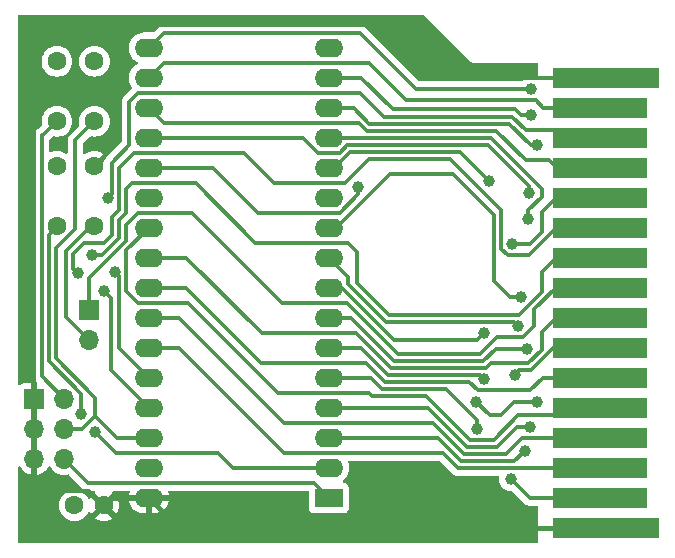
<source format=gbr>
%TF.GenerationSoftware,KiCad,Pcbnew,8.0.8-8.0.8-0~ubuntu24.04.1*%
%TF.CreationDate,2025-02-07T10:36:06-08:00*%
%TF.ProjectId,flash_board,666c6173-685f-4626-9f61-72642e6b6963,rev?*%
%TF.SameCoordinates,Original*%
%TF.FileFunction,Copper,L1,Top*%
%TF.FilePolarity,Positive*%
%FSLAX46Y46*%
G04 Gerber Fmt 4.6, Leading zero omitted, Abs format (unit mm)*
G04 Created by KiCad (PCBNEW 8.0.8-8.0.8-0~ubuntu24.04.1) date 2025-02-07 10:36:06*
%MOMM*%
%LPD*%
G01*
G04 APERTURE LIST*
%TA.AperFunction,ConnectorPad*%
%ADD10R,9.000000X1.700000*%
%TD*%
%TA.AperFunction,ConnectorPad*%
%ADD11R,8.000000X1.700000*%
%TD*%
%TA.AperFunction,ComponentPad*%
%ADD12R,1.700000X1.700000*%
%TD*%
%TA.AperFunction,ComponentPad*%
%ADD13O,1.700000X1.700000*%
%TD*%
%TA.AperFunction,ComponentPad*%
%ADD14C,1.600000*%
%TD*%
%TA.AperFunction,ComponentPad*%
%ADD15R,2.400000X1.600000*%
%TD*%
%TA.AperFunction,ComponentPad*%
%ADD16O,2.400000X1.600000*%
%TD*%
%TA.AperFunction,ViaPad*%
%ADD17C,1.000000*%
%TD*%
%TA.AperFunction,Conductor*%
%ADD18C,0.300000*%
%TD*%
%TA.AperFunction,Conductor*%
%ADD19C,0.400000*%
%TD*%
G04 APERTURE END LIST*
D10*
%TO.P,J1,b1,Pin_b1*%
%TO.N,+5V*%
X170815000Y-74930000D03*
D11*
%TO.P,J1,b2,Pin_b2*%
%TO.N,/D4*%
X170315000Y-77470000D03*
%TO.P,J1,b3,Pin_b3*%
%TO.N,/~{CART}*%
X170315000Y-80010000D03*
%TO.P,J1,b4,Pin_b4*%
%TO.N,/D5*%
X170315000Y-82550000D03*
%TO.P,J1,b5,Pin_b5*%
%TO.N,/A15*%
X170315000Y-85090000D03*
%TO.P,J1,b6,Pin_b6*%
%TO.N,/A14*%
X170315000Y-87630000D03*
%TO.P,J1,b7,Pin_b7*%
%TO.N,/A13*%
X170315000Y-90170000D03*
%TO.P,J1,b8,Pin_b8*%
%TO.N,/~{WR}*%
X170315000Y-92710000D03*
%TO.P,J1,b9,Pin_b9*%
%TO.N,/~{RD}*%
X170315000Y-95234024D03*
%TO.P,J1,b10,Pin_b10*%
%TO.N,/A12*%
X170315000Y-97790000D03*
%TO.P,J1,b11,Pin_b11*%
%TO.N,/A11*%
X170315000Y-100330000D03*
%TO.P,J1,b12,Pin_b12*%
%TO.N,/A10*%
X170315000Y-102870000D03*
%TO.P,J1,b13,Pin_b13*%
%TO.N,/A9*%
X170315000Y-105410000D03*
%TO.P,J1,b14,Pin_b14*%
%TO.N,/A8*%
X170315000Y-107950000D03*
%TO.P,J1,b15,Pin_b15*%
%TO.N,/A7*%
X170315000Y-110490000D03*
D10*
%TO.P,J1,b16,Pin_b16*%
%TO.N,+5V*%
X170815000Y-113030000D03*
%TD*%
D12*
%TO.P,JP1,1,A*%
%TO.N,/~{WR}*%
X127030000Y-94610000D03*
D13*
%TO.P,JP1,2,B*%
%TO.N,/~{PGM}*%
X127030000Y-97150000D03*
%TD*%
D12*
%TO.P,J2,1,Pin_1*%
%TO.N,+5V*%
X122428000Y-102108000D03*
D13*
%TO.P,J2,2,Pin_2*%
%TO.N,/A16*%
X124968000Y-102108000D03*
%TO.P,J2,3,Pin_3*%
%TO.N,+5V*%
X122428000Y-104648000D03*
%TO.P,J2,4,Pin_4*%
%TO.N,/A17*%
X124968000Y-104648000D03*
%TO.P,J2,5,Pin_5*%
%TO.N,+5V*%
X122428000Y-107188000D03*
%TO.P,J2,6,Pin_6*%
%TO.N,/A18*%
X124968000Y-107188000D03*
%TD*%
D14*
%TO.P,R2,1*%
%TO.N,/A16*%
X124333000Y-78608000D03*
%TO.P,R2,2*%
%TO.N,GND*%
X124333000Y-73528000D03*
%TD*%
%TO.P,R1,1*%
%TO.N,+5V*%
X127508000Y-82428000D03*
%TO.P,R1,2*%
%TO.N,/~{PGM}*%
X127508000Y-87508000D03*
%TD*%
%TO.P,C1,1*%
%TO.N,+5V*%
X128305000Y-111125000D03*
%TO.P,C1,2*%
%TO.N,GND*%
X125805000Y-111125000D03*
%TD*%
%TO.P,R3,1*%
%TO.N,/A17*%
X127508000Y-78608000D03*
%TO.P,R3,2*%
%TO.N,GND*%
X127508000Y-73528000D03*
%TD*%
D15*
%TO.P,U1,1,A18*%
%TO.N,/A18*%
X147355000Y-110490000D03*
D16*
%TO.P,U1,2,A16*%
%TO.N,/A16*%
X147355000Y-107950000D03*
%TO.P,U1,3,A15*%
%TO.N,/A15*%
X147355000Y-105410000D03*
%TO.P,U1,4,A12*%
%TO.N,/A12*%
X147355000Y-102870000D03*
%TO.P,U1,5,A7*%
%TO.N,/A7*%
X147355000Y-100330000D03*
%TO.P,U1,6,A6*%
%TO.N,/A6*%
X147355000Y-97790000D03*
%TO.P,U1,7,A5*%
%TO.N,/A5*%
X147355000Y-95250000D03*
%TO.P,U1,8,A4*%
%TO.N,/A4*%
X147355000Y-92710000D03*
%TO.P,U1,9,A3*%
%TO.N,/A3*%
X147355000Y-90170000D03*
%TO.P,U1,10,A2*%
%TO.N,/A2*%
X147355000Y-87630000D03*
%TO.P,U1,11,A1*%
%TO.N,/A1*%
X147355000Y-85090000D03*
%TO.P,U1,12,A0*%
%TO.N,/A0*%
X147355000Y-82550000D03*
%TO.P,U1,13,D0*%
%TO.N,/D0*%
X147355000Y-80010000D03*
%TO.P,U1,14,D1*%
%TO.N,/D1*%
X147355000Y-77470000D03*
%TO.P,U1,15,D2*%
%TO.N,/D2*%
X147355000Y-74930000D03*
%TO.P,U1,16,GND*%
%TO.N,GND*%
X147355000Y-72390000D03*
%TO.P,U1,17,D3*%
%TO.N,/D3*%
X132115000Y-72390000D03*
%TO.P,U1,18,D4*%
%TO.N,/D4*%
X132115000Y-74930000D03*
%TO.P,U1,19,D5*%
%TO.N,/D5*%
X132115000Y-77470000D03*
%TO.P,U1,20,D6*%
%TO.N,/D6*%
X132115000Y-80010000D03*
%TO.P,U1,21,D7*%
%TO.N,/D7*%
X132115000Y-82550000D03*
%TO.P,U1,22,CE*%
%TO.N,/~{CART}*%
X132115000Y-85090000D03*
%TO.P,U1,23,A10*%
%TO.N,/A10*%
X132115000Y-87630000D03*
%TO.P,U1,24,OE*%
%TO.N,/~{RD}*%
X132115000Y-90170000D03*
%TO.P,U1,25,A11*%
%TO.N,/A11*%
X132115000Y-92710000D03*
%TO.P,U1,26,A9*%
%TO.N,/A9*%
X132115000Y-95250000D03*
%TO.P,U1,27,A8*%
%TO.N,/A8*%
X132115000Y-97790000D03*
%TO.P,U1,28,A13*%
%TO.N,/A13*%
X132115000Y-100330000D03*
%TO.P,U1,29,A14*%
%TO.N,/A14*%
X132115000Y-102870000D03*
%TO.P,U1,30,A17*%
%TO.N,/A17*%
X132115000Y-105410000D03*
%TO.P,U1,31,PGM*%
%TO.N,/~{PGM}*%
X132115000Y-107950000D03*
%TO.P,U1,32,VCC*%
%TO.N,+5V*%
X132115000Y-110490000D03*
%TD*%
D14*
%TO.P,R4,1*%
%TO.N,/A18*%
X124333000Y-87498000D03*
%TO.P,R4,2*%
%TO.N,GND*%
X124333000Y-82418000D03*
%TD*%
D17*
%TO.N,/A16*%
X127569003Y-104909004D03*
%TO.N,/A18*%
X126383000Y-103408000D03*
%TO.N,/D6*%
X164303180Y-84658997D03*
%TO.N,/D7*%
X149860000Y-84201000D03*
%TO.N,/A15*%
X163953248Y-106483248D03*
X162874999Y-89014039D03*
%TO.N,/A4*%
X159841258Y-102342319D03*
X160467000Y-96546484D03*
X165015001Y-102416497D03*
%TO.N,/A14*%
X128283000Y-93008000D03*
X126080000Y-91440000D03*
%TO.N,/~{CART}*%
X128625000Y-85090000D03*
%TO.N,/A0*%
X160909000Y-83658000D03*
%TO.N,/D1*%
X165014998Y-80645000D03*
%TO.N,/D3*%
X164465000Y-75885000D03*
%TO.N,/A7*%
X162777248Y-108923981D03*
X159867000Y-104623981D03*
%TO.N,/D2*%
X164465000Y-78105000D03*
%TO.N,/A5*%
X164121484Y-97846484D03*
%TO.N,/D0*%
X164256426Y-86859932D03*
%TO.N,/A12*%
X163115001Y-100059484D03*
X164371498Y-104460001D03*
%TO.N,/A13*%
X129260000Y-91408000D03*
X127284748Y-89909748D03*
%TO.N,/A3*%
X163373482Y-95946485D03*
%TO.N,/A2*%
X163614287Y-93456791D03*
%TO.N,/A6*%
X160467000Y-100448000D03*
%TD*%
D18*
%TO.N,+5V*%
X129483000Y-80453000D02*
X129483000Y-70485000D01*
X127055000Y-109875000D02*
X128305000Y-111125000D01*
D19*
X128940000Y-110490000D02*
X132115000Y-110490000D01*
X128305000Y-111085000D02*
X128305000Y-111125000D01*
X170815000Y-113030000D02*
X134655000Y-113030000D01*
D18*
X123225000Y-109875000D02*
X127055000Y-109875000D01*
X122428000Y-102108000D02*
X122428000Y-107188000D01*
D19*
X128305000Y-111125000D02*
X128940000Y-110490000D01*
D18*
X124106000Y-70485000D02*
X129483000Y-70485000D01*
X154445024Y-70485000D02*
X158890024Y-74930000D01*
X122428000Y-102108000D02*
X122428000Y-72163000D01*
X122428000Y-109078000D02*
X123225000Y-109875000D01*
D19*
X134655000Y-113030000D02*
X132115000Y-110490000D01*
D18*
X127508000Y-82428000D02*
X129483000Y-80453000D01*
X122428000Y-72163000D02*
X124106000Y-70485000D01*
X158890024Y-74930000D02*
X170815000Y-74930000D01*
X129483000Y-70485000D02*
X154445024Y-70485000D01*
X122428000Y-107188000D02*
X122428000Y-109078000D01*
%TO.N,/~{PGM}*%
X127181472Y-87508000D02*
X127508000Y-87508000D01*
X125095000Y-89594472D02*
X127181472Y-87508000D01*
X127030000Y-97150000D02*
X125095000Y-95215000D01*
X125095000Y-95215000D02*
X125095000Y-89594472D01*
%TO.N,/~{WR}*%
X164765000Y-95966000D02*
X163834516Y-96896484D01*
X170815000Y-92710000D02*
X166553109Y-92710000D01*
X130183000Y-88713472D02*
X127030000Y-91866472D01*
X143358883Y-93980000D02*
X135738883Y-86360000D01*
X161589906Y-96896484D02*
X160188390Y-98298000D01*
X135738883Y-86360000D02*
X131217233Y-86360000D01*
X131217233Y-86360000D02*
X130183000Y-87394233D01*
X160188390Y-98298000D02*
X153196888Y-98298000D01*
X166553109Y-92710000D02*
X164765000Y-94498109D01*
X153196888Y-98298000D02*
X148878888Y-93980000D01*
X164765000Y-94498109D02*
X164765000Y-95966000D01*
X163834516Y-96896484D02*
X161589906Y-96896484D01*
X127030000Y-91866472D02*
X127030000Y-94610000D01*
X148878888Y-93980000D02*
X143358883Y-93980000D01*
X130183000Y-87394233D02*
X130183000Y-88713472D01*
%TO.N,/A16*%
X123028000Y-100168000D02*
X123028000Y-79863000D01*
X139231384Y-107950000D02*
X147355000Y-107950000D01*
X127569003Y-104909004D02*
X129339999Y-106680000D01*
X123028000Y-79863000D02*
X123083000Y-79808000D01*
X137961384Y-106680000D02*
X139231384Y-107950000D01*
X124968000Y-102108000D02*
X123028000Y-100168000D01*
X123133000Y-79808000D02*
X124333000Y-78608000D01*
X124968000Y-102108000D02*
X124968000Y-102073000D01*
X123083000Y-79808000D02*
X123133000Y-79808000D01*
X124968000Y-101772000D02*
X125130000Y-101610000D01*
X129339999Y-106680000D02*
X137961384Y-106680000D01*
%TO.N,/A17*%
X126486503Y-104648000D02*
X127569003Y-103565500D01*
X127569003Y-103565500D02*
X127569003Y-102021997D01*
X124228000Y-98680994D02*
X124228000Y-89370767D01*
X127569003Y-102021997D02*
X124228000Y-98680994D01*
X125883000Y-87715767D02*
X125883000Y-80233000D01*
X127569003Y-103565500D02*
X129413503Y-105410000D01*
X125883000Y-80233000D02*
X127508000Y-78608000D01*
X124968000Y-104648000D02*
X126486503Y-104648000D01*
X124228000Y-89370767D02*
X125883000Y-87715767D01*
X129413503Y-105410000D02*
X132115000Y-105410000D01*
%TO.N,/A18*%
X126383000Y-101684522D02*
X123628000Y-98929522D01*
X147355000Y-110490000D02*
X146085000Y-109220000D01*
X123628000Y-88203000D02*
X124333000Y-87498000D01*
X146085000Y-109220000D02*
X126995000Y-109220000D01*
X124968000Y-107193000D02*
X124968000Y-107188000D01*
X126995000Y-109220000D02*
X124968000Y-107193000D01*
X126383000Y-103408000D02*
X126383000Y-101684522D01*
X123628000Y-98929522D02*
X123628000Y-88203000D01*
%TO.N,/D6*%
X164303180Y-84118205D02*
X160794975Y-80610000D01*
X145187233Y-80010000D02*
X132115000Y-80010000D01*
X164303180Y-84658997D02*
X164303180Y-84118205D01*
X148922767Y-80610000D02*
X148272767Y-81260000D01*
X148272767Y-81260000D02*
X146437233Y-81260000D01*
X146437233Y-81260000D02*
X145187233Y-80010000D01*
X160794975Y-80610000D02*
X148922767Y-80610000D01*
%TO.N,/D7*%
X141327120Y-86340000D02*
X137537120Y-82550000D01*
X149860000Y-84752767D02*
X148272767Y-86340000D01*
X137537120Y-82550000D02*
X132115000Y-82550000D01*
X148272767Y-86340000D02*
X141327120Y-86340000D01*
X149860000Y-84201000D02*
X149860000Y-84752767D01*
%TO.N,/A10*%
X132115000Y-87630000D02*
X130210000Y-89535000D01*
X131217233Y-93980000D02*
X135421384Y-93980000D01*
X135421384Y-93980000D02*
X143041384Y-101600000D01*
X161326981Y-105573981D02*
X163395962Y-103505000D01*
X130210000Y-89535000D02*
X130210000Y-92972767D01*
X170180000Y-103505000D02*
X170815000Y-102870000D01*
X155619000Y-101898000D02*
X159294981Y-105573981D01*
X159294981Y-105573981D02*
X161326981Y-105573981D01*
X143041384Y-101600000D02*
X150749000Y-101600000D01*
X150749000Y-101600000D02*
X151047000Y-101898000D01*
X130210000Y-92972767D02*
X131217233Y-93980000D01*
X163395962Y-103505000D02*
X170180000Y-103505000D01*
X151047000Y-101898000D02*
X155619000Y-101898000D01*
%TO.N,/A15*%
X165365000Y-86330000D02*
X166605000Y-85090000D01*
X163062515Y-107373981D02*
X158549397Y-107373981D01*
X166605000Y-85090000D02*
X170815000Y-85090000D01*
X163953248Y-106483248D02*
X163062515Y-107373981D01*
X170815000Y-85090000D02*
X166680000Y-85090000D01*
X165365000Y-88000000D02*
X165365000Y-86330000D01*
X158549397Y-107373981D02*
X156585416Y-105410000D01*
X164350961Y-89014039D02*
X165365000Y-88000000D01*
X162874999Y-89014039D02*
X164350961Y-89014039D01*
X156585416Y-105410000D02*
X147355000Y-105410000D01*
%TO.N,/A4*%
X159867484Y-97146000D02*
X152893416Y-97146000D01*
X160968939Y-103470000D02*
X161960000Y-103470000D01*
X163013503Y-102416497D02*
X165015001Y-102416497D01*
X159841258Y-102342319D02*
X160968939Y-103470000D01*
X148457416Y-92710000D02*
X147355000Y-92710000D01*
X161960000Y-103470000D02*
X163013503Y-102416497D01*
X152893416Y-97146000D02*
X148457416Y-92710000D01*
X160467000Y-96546484D02*
X159867484Y-97146000D01*
%TO.N,/A8*%
X163806019Y-107973981D02*
X158300869Y-107973981D01*
X170815000Y-107950000D02*
X163830000Y-107950000D01*
X163830000Y-107950000D02*
X163806019Y-107973981D01*
X157006888Y-106680000D02*
X143545000Y-106680000D01*
X134655000Y-97790000D02*
X132115000Y-97790000D01*
X158300869Y-107973981D02*
X157006888Y-106680000D01*
X143545000Y-106680000D02*
X134655000Y-97790000D01*
%TO.N,/A14*%
X129575000Y-86146472D02*
X128983000Y-86738472D01*
X126630000Y-88908000D02*
X125730000Y-89808000D01*
X148697000Y-83840000D02*
X142743883Y-83840000D01*
X162481496Y-89964039D02*
X161925000Y-89407543D01*
X170815000Y-87630000D02*
X166605000Y-87630000D01*
X125730000Y-89808000D02*
X125730000Y-91090000D01*
X130825000Y-81300000D02*
X129575000Y-82550000D01*
X166605000Y-87630000D02*
X164270961Y-89964039D01*
X128983000Y-86738472D02*
X128983000Y-88208000D01*
X129575000Y-82550000D02*
X129575000Y-86146472D01*
X164270961Y-89964039D02*
X162481496Y-89964039D01*
X140203883Y-81300000D02*
X130825000Y-81300000D01*
X128983000Y-88208000D02*
X128283000Y-88908000D01*
X125730000Y-91090000D02*
X126080000Y-91440000D01*
X128283000Y-93008000D02*
X128880000Y-93605000D01*
X150727000Y-81810000D02*
X148697000Y-83840000D01*
X161925000Y-86106000D02*
X157629000Y-81810000D01*
X142743883Y-83840000D02*
X140203883Y-81300000D01*
X157629000Y-81810000D02*
X150727000Y-81810000D01*
X128880000Y-93605000D02*
X128880000Y-99635000D01*
X128880000Y-99635000D02*
X132115000Y-102870000D01*
X128283000Y-88908000D02*
X126630000Y-88908000D01*
X161925000Y-89407543D02*
X161925000Y-86106000D01*
%TO.N,/~{CART}*%
X128625000Y-85090000D02*
X128975000Y-84740000D01*
X128975000Y-82116000D02*
X130465000Y-80626000D01*
X162878528Y-78210000D02*
X164043528Y-79375000D01*
X150007000Y-76220000D02*
X151997000Y-78210000D01*
X128975000Y-84740000D02*
X128975000Y-82116000D01*
X130465000Y-76952233D02*
X131197233Y-76220000D01*
X164043528Y-79375000D02*
X170180000Y-79375000D01*
X170180000Y-79375000D02*
X170815000Y-80010000D01*
X131197233Y-76220000D02*
X150007000Y-76220000D01*
X130465000Y-80626000D02*
X130465000Y-76952233D01*
X151997000Y-78210000D02*
X162878528Y-78210000D01*
%TO.N,/A11*%
X135290000Y-92710000D02*
X141620000Y-99040000D01*
X159245000Y-100698000D02*
X159945000Y-101398000D01*
X150469416Y-99040000D02*
X152127416Y-100698000D01*
X159945000Y-101398000D02*
X164413000Y-101398000D01*
X152127416Y-100698000D02*
X159245000Y-100698000D01*
X165481000Y-100330000D02*
X170815000Y-100330000D01*
X141620000Y-99040000D02*
X150469416Y-99040000D01*
X164413000Y-101398000D02*
X165481000Y-100330000D01*
X132115000Y-92710000D02*
X135290000Y-92710000D01*
%TO.N,/A0*%
X149171295Y-81210000D02*
X147831295Y-82550000D01*
X147831295Y-82550000D02*
X147355000Y-82550000D01*
X158461000Y-81210000D02*
X149171295Y-81210000D01*
X160909000Y-83658000D02*
X158461000Y-81210000D01*
%TO.N,/D1*%
X162630000Y-78810000D02*
X150793528Y-78810000D01*
X149453528Y-77470000D02*
X147355000Y-77470000D01*
X164465000Y-80645000D02*
X162630000Y-78810000D01*
X165014998Y-80645000D02*
X164465000Y-80645000D01*
X150793528Y-78810000D02*
X149453528Y-77470000D01*
%TO.N,/D3*%
X154752000Y-75885000D02*
X164465000Y-75885000D01*
X132115000Y-72390000D02*
X133365000Y-71140000D01*
X133365000Y-71140000D02*
X150007000Y-71140000D01*
X150007000Y-71140000D02*
X154752000Y-75885000D01*
%TO.N,/~{RD}*%
X135290000Y-90170000D02*
X141660000Y-96540000D01*
X165365000Y-97946472D02*
X165365000Y-96490000D01*
X132115000Y-90170000D02*
X135290000Y-90170000D01*
X164216472Y-99095000D02*
X165365000Y-97946472D01*
X152624472Y-99498000D02*
X160685446Y-99498000D01*
X161088446Y-99095000D02*
X164216472Y-99095000D01*
X166620976Y-95234024D02*
X170779085Y-95234024D01*
X165365000Y-96490000D02*
X166620976Y-95234024D01*
X141660000Y-96540000D02*
X149666472Y-96540000D01*
X149666472Y-96540000D02*
X152624472Y-99498000D01*
X160685446Y-99498000D02*
X161088446Y-99095000D01*
%TO.N,/A7*%
X159867000Y-104623981D02*
X159867000Y-103860000D01*
X157305000Y-101298000D02*
X151878888Y-101298000D01*
X162777248Y-108923981D02*
X164343267Y-110490000D01*
X151878888Y-101298000D02*
X150910888Y-100330000D01*
X164343267Y-110490000D02*
X170815000Y-110490000D01*
X150910888Y-100330000D02*
X147355000Y-100330000D01*
X159867000Y-103860000D02*
X157305000Y-101298000D01*
%TO.N,/D2*%
X163622056Y-78105000D02*
X163127056Y-77610000D01*
X164465000Y-78105000D02*
X163622056Y-78105000D01*
X152773764Y-77610000D02*
X150093764Y-74930000D01*
X150093764Y-74930000D02*
X147355000Y-74930000D01*
X163127056Y-77610000D02*
X152773764Y-77610000D01*
%TO.N,/D4*%
X133385000Y-73660000D02*
X150749000Y-73660000D01*
X165493503Y-77470000D02*
X170815000Y-77470000D01*
X132115000Y-74930000D02*
X133385000Y-73660000D01*
X164858503Y-76835000D02*
X165493503Y-77470000D01*
X153924000Y-76835000D02*
X164858503Y-76835000D01*
X150749000Y-73660000D02*
X153924000Y-76835000D01*
%TO.N,/A5*%
X152873000Y-98898000D02*
X160436918Y-98898000D01*
X149225000Y-95250000D02*
X152873000Y-98898000D01*
X160436918Y-98898000D02*
X161488434Y-97846484D01*
X161488434Y-97846484D02*
X164121484Y-97846484D01*
X147355000Y-95250000D02*
X149225000Y-95250000D01*
%TO.N,/D0*%
X164256426Y-86122791D02*
X165365000Y-85014217D01*
X165365000Y-84331497D02*
X161043503Y-80010000D01*
X164256426Y-86859932D02*
X164256426Y-86122791D01*
X161043503Y-80010000D02*
X147355000Y-80010000D01*
X165365000Y-85014217D02*
X165365000Y-84331497D01*
%TO.N,/D5*%
X161538528Y-79410000D02*
X150545000Y-79410000D01*
X170815000Y-82550000D02*
X166665000Y-82550000D01*
X166030000Y-81915000D02*
X164043528Y-81915000D01*
X150545000Y-79410000D02*
X149895000Y-78760000D01*
X133405000Y-78760000D02*
X132115000Y-77470000D01*
X149895000Y-78760000D02*
X133405000Y-78760000D01*
X164043528Y-81915000D02*
X161538528Y-79410000D01*
X166665000Y-82550000D02*
X166030000Y-81915000D01*
%TO.N,/A12*%
X163115001Y-100059484D02*
X163479485Y-99695000D01*
X164371498Y-104460001D02*
X163289489Y-104460001D01*
X161575509Y-106173981D02*
X159046453Y-106173981D01*
X159046453Y-106173981D02*
X155742472Y-102870000D01*
X163289489Y-104460001D02*
X161575509Y-106173981D01*
X155742472Y-102870000D02*
X147355000Y-102870000D01*
X164465000Y-99695000D02*
X166370000Y-97790000D01*
X166370000Y-97790000D02*
X170815000Y-97790000D01*
X163479485Y-99695000D02*
X164465000Y-99695000D01*
%TO.N,/A13*%
X129260000Y-91408000D02*
X129575000Y-91723000D01*
X148971000Y-88900000D02*
X149733000Y-89662000D01*
X163418097Y-94996484D02*
X165365000Y-93049581D01*
X130175000Y-86395000D02*
X130175000Y-84358616D01*
X141136384Y-88900000D02*
X148971000Y-88900000D01*
X130693616Y-83840000D02*
X136076384Y-83840000D01*
X165365000Y-91410000D02*
X166605000Y-90170000D01*
X136076384Y-83840000D02*
X141136384Y-88900000D01*
X130175000Y-84358616D02*
X130693616Y-83840000D01*
X166605000Y-90170000D02*
X170815000Y-90170000D01*
X152440956Y-94996484D02*
X163418097Y-94996484D01*
X129583000Y-88464944D02*
X129583000Y-86987000D01*
X129575000Y-97790000D02*
X132115000Y-100330000D01*
X149733000Y-92288528D02*
X152440956Y-94996484D01*
X165365000Y-93049581D02*
X165365000Y-91410000D01*
X129575000Y-91723000D02*
X129575000Y-97790000D01*
X127284748Y-89909748D02*
X128138196Y-89909748D01*
X149733000Y-89662000D02*
X149733000Y-92288528D01*
X128138196Y-89909748D02*
X129583000Y-88464944D01*
X129583000Y-86987000D02*
X130175000Y-86395000D01*
%TO.N,/A3*%
X149005000Y-92409056D02*
X149005000Y-91820000D01*
X163023481Y-95596484D02*
X152192428Y-95596484D01*
X149005000Y-91820000D02*
X147355000Y-90170000D01*
X163373482Y-95946485D02*
X163023481Y-95596484D01*
X152192428Y-95596484D02*
X149005000Y-92409056D01*
%TO.N,/A2*%
X163614287Y-93456791D02*
X162687000Y-93456791D01*
X157861000Y-83058000D02*
X152527000Y-83058000D01*
X161325000Y-92094791D02*
X161325000Y-86522000D01*
X162687000Y-93456791D02*
X161325000Y-92094791D01*
X152527000Y-83058000D02*
X147955000Y-87630000D01*
X161325000Y-86522000D02*
X157861000Y-83058000D01*
X147955000Y-87630000D02*
X147355000Y-87630000D01*
%TO.N,/A6*%
X150067944Y-97790000D02*
X147355000Y-97790000D01*
X152375944Y-100098000D02*
X150067944Y-97790000D01*
X160467000Y-100448000D02*
X160117000Y-100098000D01*
X160117000Y-100098000D02*
X152375944Y-100098000D01*
%TO.N,/A9*%
X156143944Y-104120000D02*
X158797925Y-106773981D01*
X134655000Y-95250000D02*
X143525000Y-104120000D01*
X132115000Y-95250000D02*
X134655000Y-95250000D01*
X158797925Y-106773981D02*
X162319012Y-106773981D01*
X162319012Y-106773981D02*
X163682993Y-105410000D01*
X163682993Y-105410000D02*
X170815000Y-105410000D01*
X143525000Y-104120000D02*
X156143944Y-104120000D01*
%TD*%
%TA.AperFunction,Conductor*%
%TO.N,+5V*%
G36*
X156753119Y-107350185D02*
G01*
X156773761Y-107366819D01*
X157886193Y-108479252D01*
X157886200Y-108479258D01*
X157992740Y-108550445D01*
X157992739Y-108550445D01*
X158027413Y-108564807D01*
X158111125Y-108599482D01*
X158111129Y-108599482D01*
X158111130Y-108599483D01*
X158236797Y-108624481D01*
X158236800Y-108624481D01*
X161664592Y-108624481D01*
X161731631Y-108644166D01*
X161777386Y-108696970D01*
X161787995Y-108760635D01*
X161771907Y-108923981D01*
X161791223Y-109120110D01*
X161848436Y-109308714D01*
X161941334Y-109482513D01*
X161941338Y-109482520D01*
X162066364Y-109634864D01*
X162218708Y-109759890D01*
X162218715Y-109759894D01*
X162392514Y-109852792D01*
X162392517Y-109852792D01*
X162392521Y-109852795D01*
X162581116Y-109910005D01*
X162777248Y-109929322D01*
X162777248Y-109929321D01*
X162777249Y-109929322D01*
X162777251Y-109929322D01*
X162788763Y-109928187D01*
X162796617Y-109927414D01*
X162865263Y-109940430D01*
X162896456Y-109963135D01*
X163928591Y-110995271D01*
X163928594Y-110995274D01*
X163928597Y-110995276D01*
X163990008Y-111036309D01*
X164035140Y-111066465D01*
X164153523Y-111115501D01*
X164153527Y-111115501D01*
X164153528Y-111115502D01*
X164279195Y-111140500D01*
X164976000Y-111140500D01*
X165043039Y-111160185D01*
X165088794Y-111212989D01*
X165100000Y-111264500D01*
X165100000Y-114183500D01*
X165080315Y-114250539D01*
X165027511Y-114296294D01*
X164976000Y-114307500D01*
X121147500Y-114307500D01*
X121080461Y-114287815D01*
X121034706Y-114235011D01*
X121023500Y-114183500D01*
X121023500Y-107928422D01*
X121043185Y-107861383D01*
X121095989Y-107815628D01*
X121165147Y-107805684D01*
X121228703Y-107834709D01*
X121250808Y-107861484D01*
X121251295Y-107861144D01*
X121389894Y-108059082D01*
X121556917Y-108226105D01*
X121750421Y-108361600D01*
X121964507Y-108461429D01*
X121964516Y-108461433D01*
X122178000Y-108518634D01*
X122178000Y-107621012D01*
X122235007Y-107653925D01*
X122362174Y-107688000D01*
X122493826Y-107688000D01*
X122620993Y-107653925D01*
X122678000Y-107621012D01*
X122678000Y-108518633D01*
X122891483Y-108461433D01*
X122891492Y-108461429D01*
X123105578Y-108361600D01*
X123299082Y-108226105D01*
X123466105Y-108059082D01*
X123596119Y-107873405D01*
X123650696Y-107829781D01*
X123720195Y-107822588D01*
X123782549Y-107854110D01*
X123799269Y-107873405D01*
X123929505Y-108059401D01*
X124096599Y-108226495D01*
X124193384Y-108294265D01*
X124290165Y-108362032D01*
X124290167Y-108362033D01*
X124290170Y-108362035D01*
X124504337Y-108461903D01*
X124732592Y-108523063D01*
X124920918Y-108539539D01*
X124967999Y-108543659D01*
X124968000Y-108543659D01*
X124968001Y-108543659D01*
X124986939Y-108542001D01*
X125203408Y-108523063D01*
X125272043Y-108504672D01*
X125341893Y-108506333D01*
X125391819Y-108536765D01*
X126580325Y-109725272D01*
X126580326Y-109725273D01*
X126580329Y-109725275D01*
X126580331Y-109725277D01*
X126686873Y-109796465D01*
X126805256Y-109845501D01*
X126805260Y-109845501D01*
X126805261Y-109845502D01*
X126930928Y-109870500D01*
X126930931Y-109870500D01*
X127459556Y-109870500D01*
X127526595Y-109890185D01*
X127572350Y-109942989D01*
X127583084Y-110005307D01*
X127579526Y-110045974D01*
X128258553Y-110725000D01*
X128252339Y-110725000D01*
X128150606Y-110752259D01*
X128059394Y-110804920D01*
X127984920Y-110879394D01*
X127932259Y-110970606D01*
X127905000Y-111072339D01*
X127905000Y-111078552D01*
X127225974Y-110399526D01*
X127225973Y-110399526D01*
X127174868Y-110472512D01*
X127174867Y-110472514D01*
X127167656Y-110487979D01*
X127121482Y-110540417D01*
X127054288Y-110559567D01*
X126987407Y-110539350D01*
X126942893Y-110487976D01*
X126935568Y-110472266D01*
X126805047Y-110285861D01*
X126805045Y-110285858D01*
X126644141Y-110124954D01*
X126457734Y-109994432D01*
X126457732Y-109994431D01*
X126251497Y-109898261D01*
X126251488Y-109898258D01*
X126031697Y-109839366D01*
X126031693Y-109839365D01*
X126031692Y-109839365D01*
X126031691Y-109839364D01*
X126031686Y-109839364D01*
X125805002Y-109819532D01*
X125804998Y-109819532D01*
X125578313Y-109839364D01*
X125578302Y-109839366D01*
X125358511Y-109898258D01*
X125358502Y-109898261D01*
X125152267Y-109994431D01*
X125152265Y-109994432D01*
X124965858Y-110124954D01*
X124804954Y-110285858D01*
X124674432Y-110472265D01*
X124674431Y-110472267D01*
X124578261Y-110678502D01*
X124578258Y-110678511D01*
X124519366Y-110898302D01*
X124519364Y-110898313D01*
X124499532Y-111124998D01*
X124499532Y-111125001D01*
X124519364Y-111351686D01*
X124519366Y-111351697D01*
X124578258Y-111571488D01*
X124578261Y-111571497D01*
X124674431Y-111777732D01*
X124674432Y-111777734D01*
X124804954Y-111964141D01*
X124965858Y-112125045D01*
X124965861Y-112125047D01*
X125152266Y-112255568D01*
X125358504Y-112351739D01*
X125578308Y-112410635D01*
X125740230Y-112424801D01*
X125804998Y-112430468D01*
X125805000Y-112430468D01*
X125805002Y-112430468D01*
X125861673Y-112425509D01*
X126031692Y-112410635D01*
X126251496Y-112351739D01*
X126457734Y-112255568D01*
X126644139Y-112125047D01*
X126805047Y-111964139D01*
X126935568Y-111777734D01*
X126942893Y-111762024D01*
X126989064Y-111709586D01*
X127056257Y-111690433D01*
X127123138Y-111710648D01*
X127167657Y-111762024D01*
X127174864Y-111777480D01*
X127225974Y-111850472D01*
X127905000Y-111171446D01*
X127905000Y-111177661D01*
X127932259Y-111279394D01*
X127984920Y-111370606D01*
X128059394Y-111445080D01*
X128150606Y-111497741D01*
X128252339Y-111525000D01*
X128258553Y-111525000D01*
X127579526Y-112204025D01*
X127652513Y-112255132D01*
X127652521Y-112255136D01*
X127858668Y-112351264D01*
X127858682Y-112351269D01*
X128078389Y-112410139D01*
X128078400Y-112410141D01*
X128304998Y-112429966D01*
X128305002Y-112429966D01*
X128531599Y-112410141D01*
X128531610Y-112410139D01*
X128751317Y-112351269D01*
X128751331Y-112351264D01*
X128957478Y-112255136D01*
X129030471Y-112204024D01*
X128351447Y-111525000D01*
X128357661Y-111525000D01*
X128459394Y-111497741D01*
X128550606Y-111445080D01*
X128625080Y-111370606D01*
X128677741Y-111279394D01*
X128705000Y-111177661D01*
X128705000Y-111171447D01*
X129384024Y-111850471D01*
X129435136Y-111777478D01*
X129531264Y-111571331D01*
X129531269Y-111571317D01*
X129590139Y-111351610D01*
X129590141Y-111351599D01*
X129609966Y-111125002D01*
X129609966Y-111124997D01*
X129590141Y-110898400D01*
X129590139Y-110898389D01*
X129531269Y-110678682D01*
X129531264Y-110678668D01*
X129435136Y-110472521D01*
X129435132Y-110472513D01*
X129384025Y-110399526D01*
X128705000Y-111078551D01*
X128705000Y-111072339D01*
X128677741Y-110970606D01*
X128625080Y-110879394D01*
X128550606Y-110804920D01*
X128459394Y-110752259D01*
X128357661Y-110725000D01*
X128351445Y-110725000D01*
X129030472Y-110045974D01*
X129026915Y-110005307D01*
X129040682Y-109936807D01*
X129089297Y-109886624D01*
X129150443Y-109870500D01*
X130378716Y-109870500D01*
X130445755Y-109890185D01*
X130491510Y-109942989D01*
X130501454Y-110012147D01*
X130496647Y-110032818D01*
X130447009Y-110185586D01*
X130438391Y-110240000D01*
X131799314Y-110240000D01*
X131794920Y-110244394D01*
X131742259Y-110335606D01*
X131715000Y-110437339D01*
X131715000Y-110542661D01*
X131742259Y-110644394D01*
X131794920Y-110735606D01*
X131799314Y-110740000D01*
X130438391Y-110740000D01*
X130447009Y-110794413D01*
X130510244Y-110989029D01*
X130603140Y-111171349D01*
X130723417Y-111336894D01*
X130723417Y-111336895D01*
X130868104Y-111481582D01*
X131033650Y-111601859D01*
X131215968Y-111694755D01*
X131410582Y-111757990D01*
X131612683Y-111790000D01*
X131865000Y-111790000D01*
X131865000Y-110805686D01*
X131869394Y-110810080D01*
X131960606Y-110862741D01*
X132062339Y-110890000D01*
X132167661Y-110890000D01*
X132269394Y-110862741D01*
X132360606Y-110810080D01*
X132365000Y-110805686D01*
X132365000Y-111790000D01*
X132617317Y-111790000D01*
X132819417Y-111757990D01*
X133014031Y-111694755D01*
X133196349Y-111601859D01*
X133361894Y-111481582D01*
X133361895Y-111481582D01*
X133506582Y-111336895D01*
X133506582Y-111336894D01*
X133626859Y-111171349D01*
X133719755Y-110989029D01*
X133782990Y-110794413D01*
X133791609Y-110740000D01*
X132430686Y-110740000D01*
X132435080Y-110735606D01*
X132487741Y-110644394D01*
X132515000Y-110542661D01*
X132515000Y-110437339D01*
X132487741Y-110335606D01*
X132435080Y-110244394D01*
X132430686Y-110240000D01*
X133791609Y-110240000D01*
X133782990Y-110185586D01*
X133733353Y-110032818D01*
X133731358Y-109962977D01*
X133767438Y-109903144D01*
X133830139Y-109872316D01*
X133851284Y-109870500D01*
X145530500Y-109870500D01*
X145597539Y-109890185D01*
X145643294Y-109942989D01*
X145654500Y-109994500D01*
X145654500Y-111337870D01*
X145654501Y-111337876D01*
X145660908Y-111397483D01*
X145711202Y-111532328D01*
X145711206Y-111532335D01*
X145797452Y-111647544D01*
X145797455Y-111647547D01*
X145912664Y-111733793D01*
X145912671Y-111733797D01*
X146047517Y-111784091D01*
X146047516Y-111784091D01*
X146054444Y-111784835D01*
X146107127Y-111790500D01*
X148602872Y-111790499D01*
X148662483Y-111784091D01*
X148797331Y-111733796D01*
X148912546Y-111647546D01*
X148998796Y-111532331D01*
X149049091Y-111397483D01*
X149055500Y-111337873D01*
X149055499Y-109642128D01*
X149049091Y-109582517D01*
X148998796Y-109447669D01*
X148998795Y-109447668D01*
X148998793Y-109447664D01*
X148912547Y-109332455D01*
X148912544Y-109332452D01*
X148797335Y-109246206D01*
X148797328Y-109246202D01*
X148662482Y-109195908D01*
X148662483Y-109195908D01*
X148625560Y-109191939D01*
X148561009Y-109165201D01*
X148521160Y-109107809D01*
X148518667Y-109037984D01*
X148554319Y-108977895D01*
X148565930Y-108968331D01*
X148602219Y-108941966D01*
X148746966Y-108797219D01*
X148746968Y-108797215D01*
X148746971Y-108797213D01*
X148799799Y-108724500D01*
X148867287Y-108631610D01*
X148960220Y-108449219D01*
X149023477Y-108254534D01*
X149055500Y-108052352D01*
X149055500Y-107847648D01*
X149023477Y-107645466D01*
X149023476Y-107645462D01*
X149023476Y-107645461D01*
X148973879Y-107492818D01*
X148971884Y-107422977D01*
X149007964Y-107363144D01*
X149070665Y-107332316D01*
X149091810Y-107330500D01*
X156686080Y-107330500D01*
X156753119Y-107350185D01*
G37*
%TD.AperFunction*%
%TA.AperFunction,Conductor*%
G36*
X122678000Y-106754988D02*
G01*
X122620993Y-106722075D01*
X122493826Y-106688000D01*
X122362174Y-106688000D01*
X122235007Y-106722075D01*
X122178000Y-106754988D01*
X122178000Y-105081012D01*
X122235007Y-105113925D01*
X122362174Y-105148000D01*
X122493826Y-105148000D01*
X122620993Y-105113925D01*
X122678000Y-105081012D01*
X122678000Y-106754988D01*
G37*
%TD.AperFunction*%
%TA.AperFunction,Conductor*%
G36*
X122678000Y-104214988D02*
G01*
X122620993Y-104182075D01*
X122493826Y-104148000D01*
X122362174Y-104148000D01*
X122235007Y-104182075D01*
X122178000Y-104214988D01*
X122178000Y-102541012D01*
X122235007Y-102573925D01*
X122362174Y-102608000D01*
X122493826Y-102608000D01*
X122620993Y-102573925D01*
X122678000Y-102541012D01*
X122678000Y-104214988D01*
G37*
%TD.AperFunction*%
%TA.AperFunction,Conductor*%
G36*
X155383363Y-69608185D02*
G01*
X155404005Y-69624819D01*
X159238500Y-73459314D01*
X159331686Y-73552500D01*
X159445814Y-73618392D01*
X159573108Y-73652500D01*
X159573110Y-73652500D01*
X164976000Y-73652500D01*
X165043039Y-73672185D01*
X165088794Y-73724989D01*
X165100000Y-73776500D01*
X165100000Y-74883077D01*
X165080315Y-74950116D01*
X165027511Y-74995871D01*
X164958353Y-75005815D01*
X164917548Y-74992436D01*
X164849731Y-74956188D01*
X164849730Y-74956187D01*
X164849727Y-74956186D01*
X164661132Y-74898976D01*
X164661129Y-74898975D01*
X164465000Y-74879659D01*
X164268870Y-74898975D01*
X164080266Y-74956188D01*
X163906467Y-75049086D01*
X163906460Y-75049090D01*
X163754117Y-75174116D01*
X163741768Y-75189164D01*
X163684022Y-75228499D01*
X163645914Y-75234500D01*
X155072808Y-75234500D01*
X155005769Y-75214815D01*
X154985127Y-75198181D01*
X150421674Y-70634727D01*
X150421673Y-70634726D01*
X150421669Y-70634723D01*
X150315127Y-70563535D01*
X150196744Y-70514499D01*
X150196738Y-70514497D01*
X150071071Y-70489500D01*
X150071069Y-70489500D01*
X133300931Y-70489500D01*
X133300929Y-70489500D01*
X133175261Y-70514497D01*
X133175255Y-70514499D01*
X133056874Y-70563534D01*
X132950326Y-70634726D01*
X132950325Y-70634727D01*
X132531873Y-71053181D01*
X132470550Y-71086666D01*
X132444192Y-71089500D01*
X131612648Y-71089500D01*
X131588329Y-71093351D01*
X131410465Y-71121522D01*
X131215776Y-71184781D01*
X131033386Y-71277715D01*
X130867786Y-71398028D01*
X130723028Y-71542786D01*
X130602715Y-71708386D01*
X130509781Y-71890776D01*
X130446522Y-72085465D01*
X130414500Y-72287648D01*
X130414500Y-72492351D01*
X130446522Y-72694534D01*
X130509781Y-72889223D01*
X130534131Y-72937011D01*
X130599227Y-73064769D01*
X130602715Y-73071613D01*
X130723028Y-73237213D01*
X130867786Y-73381971D01*
X130974242Y-73459314D01*
X131033390Y-73502287D01*
X131124840Y-73548883D01*
X131126080Y-73549515D01*
X131176876Y-73597490D01*
X131193671Y-73665311D01*
X131171134Y-73731446D01*
X131126080Y-73770485D01*
X131033386Y-73817715D01*
X130867786Y-73938028D01*
X130723028Y-74082786D01*
X130602715Y-74248386D01*
X130509781Y-74430776D01*
X130446522Y-74625465D01*
X130416720Y-74813633D01*
X130414500Y-74827648D01*
X130414500Y-75032352D01*
X130417151Y-75049090D01*
X130446522Y-75234534D01*
X130509781Y-75429223D01*
X130602712Y-75611608D01*
X130602713Y-75611610D01*
X130659536Y-75689822D01*
X130683015Y-75755629D01*
X130667189Y-75823682D01*
X130646898Y-75850387D01*
X129959725Y-76537561D01*
X129959719Y-76537569D01*
X129915261Y-76604105D01*
X129915262Y-76604106D01*
X129888534Y-76644107D01*
X129839499Y-76762488D01*
X129839497Y-76762494D01*
X129814500Y-76888161D01*
X129814500Y-80305191D01*
X129794815Y-80372230D01*
X129778181Y-80392872D01*
X128469727Y-81701325D01*
X128469724Y-81701328D01*
X128412838Y-81786466D01*
X128398535Y-81807872D01*
X128349181Y-81927022D01*
X128322301Y-81967250D01*
X127908000Y-82381551D01*
X127908000Y-82375339D01*
X127880741Y-82273606D01*
X127828080Y-82182394D01*
X127753606Y-82107920D01*
X127662394Y-82055259D01*
X127560661Y-82028000D01*
X127554446Y-82028000D01*
X128233472Y-81348974D01*
X128160478Y-81297863D01*
X127954331Y-81201735D01*
X127954317Y-81201730D01*
X127734610Y-81142860D01*
X127734599Y-81142858D01*
X127508002Y-81123034D01*
X127507998Y-81123034D01*
X127281400Y-81142858D01*
X127281389Y-81142860D01*
X127061682Y-81201730D01*
X127061673Y-81201734D01*
X126855517Y-81297866D01*
X126728624Y-81386718D01*
X126662417Y-81409045D01*
X126594650Y-81392035D01*
X126546837Y-81341087D01*
X126533500Y-81285143D01*
X126533500Y-80553807D01*
X126553185Y-80486768D01*
X126569815Y-80466130D01*
X127121062Y-79914882D01*
X127182383Y-79881399D01*
X127240834Y-79882790D01*
X127281308Y-79893635D01*
X127443230Y-79907801D01*
X127507998Y-79913468D01*
X127508000Y-79913468D01*
X127508002Y-79913468D01*
X127564673Y-79908509D01*
X127734692Y-79893635D01*
X127954496Y-79834739D01*
X128160734Y-79738568D01*
X128347139Y-79608047D01*
X128508047Y-79447139D01*
X128638568Y-79260734D01*
X128734739Y-79054496D01*
X128793635Y-78834692D01*
X128813468Y-78608000D01*
X128793635Y-78381308D01*
X128734739Y-78161504D01*
X128638568Y-77955266D01*
X128508047Y-77768861D01*
X128508045Y-77768858D01*
X128347141Y-77607954D01*
X128160734Y-77477432D01*
X128160732Y-77477431D01*
X127954497Y-77381261D01*
X127954488Y-77381258D01*
X127734697Y-77322366D01*
X127734693Y-77322365D01*
X127734692Y-77322365D01*
X127734691Y-77322364D01*
X127734686Y-77322364D01*
X127508002Y-77302532D01*
X127507998Y-77302532D01*
X127281313Y-77322364D01*
X127281302Y-77322366D01*
X127061511Y-77381258D01*
X127061502Y-77381261D01*
X126855267Y-77477431D01*
X126855265Y-77477432D01*
X126668858Y-77607954D01*
X126507954Y-77768858D01*
X126377432Y-77955265D01*
X126377431Y-77955267D01*
X126281261Y-78161502D01*
X126281258Y-78161511D01*
X126222366Y-78381302D01*
X126222364Y-78381313D01*
X126202532Y-78607998D01*
X126202532Y-78608001D01*
X126222364Y-78834686D01*
X126222366Y-78834697D01*
X126233209Y-78875163D01*
X126231546Y-78945013D01*
X126201115Y-78994937D01*
X125377727Y-79818325D01*
X125377721Y-79818332D01*
X125312946Y-79915277D01*
X125312946Y-79915279D01*
X125306533Y-79924875D01*
X125257499Y-80043255D01*
X125257497Y-80043261D01*
X125232500Y-80168928D01*
X125232500Y-81222017D01*
X125212815Y-81289056D01*
X125160011Y-81334811D01*
X125090853Y-81344755D01*
X125037378Y-81323593D01*
X124999140Y-81296819D01*
X124985734Y-81287432D01*
X124970193Y-81280185D01*
X124779497Y-81191261D01*
X124779488Y-81191258D01*
X124559697Y-81132366D01*
X124559693Y-81132365D01*
X124559692Y-81132365D01*
X124559691Y-81132364D01*
X124559686Y-81132364D01*
X124333002Y-81112532D01*
X124332998Y-81112532D01*
X124106313Y-81132364D01*
X124106302Y-81132366D01*
X123886511Y-81191258D01*
X123886502Y-81191262D01*
X123854905Y-81205996D01*
X123785827Y-81216488D01*
X123722043Y-81187968D01*
X123683804Y-81129492D01*
X123678500Y-81093614D01*
X123678500Y-80233807D01*
X123698185Y-80166768D01*
X123714815Y-80146130D01*
X123946062Y-79914882D01*
X124007383Y-79881399D01*
X124065834Y-79882790D01*
X124106308Y-79893635D01*
X124268230Y-79907801D01*
X124332998Y-79913468D01*
X124333000Y-79913468D01*
X124333002Y-79913468D01*
X124389673Y-79908509D01*
X124559692Y-79893635D01*
X124779496Y-79834739D01*
X124985734Y-79738568D01*
X125172139Y-79608047D01*
X125333047Y-79447139D01*
X125463568Y-79260734D01*
X125559739Y-79054496D01*
X125618635Y-78834692D01*
X125638468Y-78608000D01*
X125618635Y-78381308D01*
X125559739Y-78161504D01*
X125463568Y-77955266D01*
X125333047Y-77768861D01*
X125333045Y-77768858D01*
X125172141Y-77607954D01*
X124985734Y-77477432D01*
X124985732Y-77477431D01*
X124779497Y-77381261D01*
X124779488Y-77381258D01*
X124559697Y-77322366D01*
X124559693Y-77322365D01*
X124559692Y-77322365D01*
X124559691Y-77322364D01*
X124559686Y-77322364D01*
X124333002Y-77302532D01*
X124332998Y-77302532D01*
X124106313Y-77322364D01*
X124106302Y-77322366D01*
X123886511Y-77381258D01*
X123886502Y-77381261D01*
X123680267Y-77477431D01*
X123680265Y-77477432D01*
X123493858Y-77607954D01*
X123332954Y-77768858D01*
X123202432Y-77955265D01*
X123202431Y-77955267D01*
X123106261Y-78161502D01*
X123106258Y-78161511D01*
X123047366Y-78381302D01*
X123047364Y-78381313D01*
X123027532Y-78607998D01*
X123027532Y-78608001D01*
X123047364Y-78834686D01*
X123047366Y-78834697D01*
X123058209Y-78875163D01*
X123056546Y-78945013D01*
X123026115Y-78994937D01*
X122817315Y-79203737D01*
X122780186Y-79228548D01*
X122780247Y-79228662D01*
X122779090Y-79229280D01*
X122777096Y-79230613D01*
X122774878Y-79231531D01*
X122668328Y-79302725D01*
X122522721Y-79448333D01*
X122522719Y-79448336D01*
X122485043Y-79504722D01*
X122485044Y-79504723D01*
X122451534Y-79554874D01*
X122402499Y-79673255D01*
X122402497Y-79673261D01*
X122377500Y-79798928D01*
X122377500Y-79798931D01*
X122377500Y-100232069D01*
X122377500Y-100232071D01*
X122377499Y-100232071D01*
X122402497Y-100357738D01*
X122402499Y-100357744D01*
X122451535Y-100476127D01*
X122522723Y-100582669D01*
X122641682Y-100701628D01*
X122675166Y-100762949D01*
X122678000Y-100789308D01*
X122678000Y-101674988D01*
X122620993Y-101642075D01*
X122493826Y-101608000D01*
X122362174Y-101608000D01*
X122235007Y-101642075D01*
X122178000Y-101674988D01*
X122178000Y-100758000D01*
X121530155Y-100758000D01*
X121470627Y-100764401D01*
X121470620Y-100764403D01*
X121335913Y-100814645D01*
X121335906Y-100814649D01*
X121221811Y-100900062D01*
X121156347Y-100924480D01*
X121088074Y-100909629D01*
X121038668Y-100860224D01*
X121023500Y-100800796D01*
X121023500Y-73527998D01*
X123027532Y-73527998D01*
X123027532Y-73528001D01*
X123047364Y-73754686D01*
X123047366Y-73754697D01*
X123106258Y-73974488D01*
X123106261Y-73974497D01*
X123202431Y-74180732D01*
X123202432Y-74180734D01*
X123332954Y-74367141D01*
X123493858Y-74528045D01*
X123493861Y-74528047D01*
X123680266Y-74658568D01*
X123886504Y-74754739D01*
X124106308Y-74813635D01*
X124266477Y-74827648D01*
X124332998Y-74833468D01*
X124333000Y-74833468D01*
X124333002Y-74833468D01*
X124389673Y-74828509D01*
X124559692Y-74813635D01*
X124779496Y-74754739D01*
X124985734Y-74658568D01*
X125172139Y-74528047D01*
X125333047Y-74367139D01*
X125463568Y-74180734D01*
X125559739Y-73974496D01*
X125618635Y-73754692D01*
X125638468Y-73528000D01*
X125638468Y-73527998D01*
X126202532Y-73527998D01*
X126202532Y-73528001D01*
X126222364Y-73754686D01*
X126222366Y-73754697D01*
X126281258Y-73974488D01*
X126281261Y-73974497D01*
X126377431Y-74180732D01*
X126377432Y-74180734D01*
X126507954Y-74367141D01*
X126668858Y-74528045D01*
X126668861Y-74528047D01*
X126855266Y-74658568D01*
X127061504Y-74754739D01*
X127281308Y-74813635D01*
X127441477Y-74827648D01*
X127507998Y-74833468D01*
X127508000Y-74833468D01*
X127508002Y-74833468D01*
X127564673Y-74828509D01*
X127734692Y-74813635D01*
X127954496Y-74754739D01*
X128160734Y-74658568D01*
X128347139Y-74528047D01*
X128508047Y-74367139D01*
X128638568Y-74180734D01*
X128734739Y-73974496D01*
X128793635Y-73754692D01*
X128813468Y-73528000D01*
X128811218Y-73502287D01*
X128800692Y-73381971D01*
X128793635Y-73301308D01*
X128734739Y-73081504D01*
X128638568Y-72875266D01*
X128508047Y-72688861D01*
X128508045Y-72688858D01*
X128347141Y-72527954D01*
X128160734Y-72397432D01*
X128160732Y-72397431D01*
X127954497Y-72301261D01*
X127954488Y-72301258D01*
X127734697Y-72242366D01*
X127734693Y-72242365D01*
X127734692Y-72242365D01*
X127734691Y-72242364D01*
X127734686Y-72242364D01*
X127508002Y-72222532D01*
X127507998Y-72222532D01*
X127281313Y-72242364D01*
X127281302Y-72242366D01*
X127061511Y-72301258D01*
X127061502Y-72301261D01*
X126855267Y-72397431D01*
X126855265Y-72397432D01*
X126668858Y-72527954D01*
X126507954Y-72688858D01*
X126377432Y-72875265D01*
X126377431Y-72875267D01*
X126281261Y-73081502D01*
X126281258Y-73081511D01*
X126222366Y-73301302D01*
X126222364Y-73301313D01*
X126202532Y-73527998D01*
X125638468Y-73527998D01*
X125636218Y-73502287D01*
X125625692Y-73381971D01*
X125618635Y-73301308D01*
X125559739Y-73081504D01*
X125463568Y-72875266D01*
X125333047Y-72688861D01*
X125333045Y-72688858D01*
X125172141Y-72527954D01*
X124985734Y-72397432D01*
X124985732Y-72397431D01*
X124779497Y-72301261D01*
X124779488Y-72301258D01*
X124559697Y-72242366D01*
X124559693Y-72242365D01*
X124559692Y-72242365D01*
X124559691Y-72242364D01*
X124559686Y-72242364D01*
X124333002Y-72222532D01*
X124332998Y-72222532D01*
X124106313Y-72242364D01*
X124106302Y-72242366D01*
X123886511Y-72301258D01*
X123886502Y-72301261D01*
X123680267Y-72397431D01*
X123680265Y-72397432D01*
X123493858Y-72527954D01*
X123332954Y-72688858D01*
X123202432Y-72875265D01*
X123202431Y-72875267D01*
X123106261Y-73081502D01*
X123106258Y-73081511D01*
X123047366Y-73301302D01*
X123047364Y-73301313D01*
X123027532Y-73527998D01*
X121023500Y-73527998D01*
X121023500Y-69712500D01*
X121043185Y-69645461D01*
X121095989Y-69599706D01*
X121147500Y-69588500D01*
X155316324Y-69588500D01*
X155383363Y-69608185D01*
G37*
%TD.AperFunction*%
%TD*%
M02*

</source>
